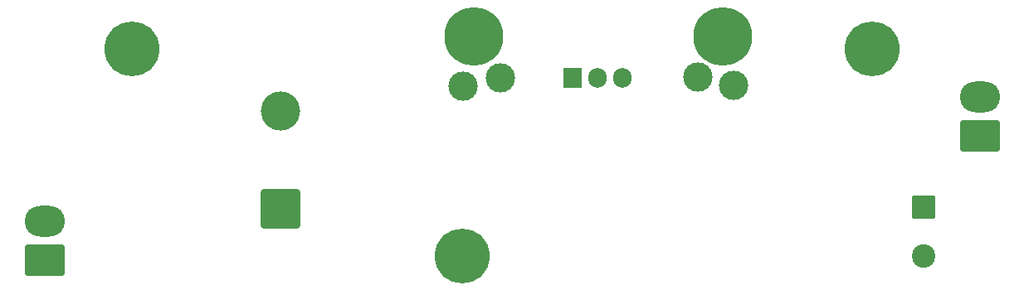
<source format=gbr>
%TF.GenerationSoftware,KiCad,Pcbnew,9.0.5*%
%TF.CreationDate,2025-11-24T13:11:31+01:00*%
%TF.ProjectId,200v psu,32303076-2070-4737-952e-6b696361645f,rev?*%
%TF.SameCoordinates,Original*%
%TF.FileFunction,Soldermask,Bot*%
%TF.FilePolarity,Negative*%
%FSLAX46Y46*%
G04 Gerber Fmt 4.6, Leading zero omitted, Abs format (unit mm)*
G04 Created by KiCad (PCBNEW 9.0.5) date 2025-11-24 13:11:31*
%MOMM*%
%LPD*%
G01*
G04 APERTURE LIST*
G04 Aperture macros list*
%AMRoundRect*
0 Rectangle with rounded corners*
0 $1 Rounding radius*
0 $2 $3 $4 $5 $6 $7 $8 $9 X,Y pos of 4 corners*
0 Add a 4 corners polygon primitive as box body*
4,1,4,$2,$3,$4,$5,$6,$7,$8,$9,$2,$3,0*
0 Add four circle primitives for the rounded corners*
1,1,$1+$1,$2,$3*
1,1,$1+$1,$4,$5*
1,1,$1+$1,$6,$7*
1,1,$1+$1,$8,$9*
0 Add four rect primitives between the rounded corners*
20,1,$1+$1,$2,$3,$4,$5,0*
20,1,$1+$1,$4,$5,$6,$7,0*
20,1,$1+$1,$6,$7,$8,$9,0*
20,1,$1+$1,$8,$9,$2,$3,0*%
G04 Aperture macros list end*
%ADD10C,5.600000*%
%ADD11RoundRect,0.250000X1.750000X-1.750000X1.750000X1.750000X-1.750000X1.750000X-1.750000X-1.750000X0*%
%ADD12C,4.000000*%
%ADD13C,3.000000*%
%ADD14RoundRect,0.250000X1.800000X-1.330000X1.800000X1.330000X-1.800000X1.330000X-1.800000X-1.330000X0*%
%ADD15O,4.100000X3.160000*%
%ADD16R,1.905000X2.000000*%
%ADD17O,1.905000X2.000000*%
%ADD18RoundRect,0.250001X-0.949999X0.949999X-0.949999X-0.949999X0.949999X-0.949999X0.949999X0.949999X0*%
%ADD19C,2.400000*%
%ADD20C,6.000000*%
G04 APERTURE END LIST*
D10*
%TO.C,H3*%
X213570000Y-54550000D03*
%TD*%
%TO.C,H2*%
X138050000Y-54550000D03*
%TD*%
%TO.C,H1*%
X171760000Y-75670000D03*
%TD*%
D11*
%TO.C,C2*%
X153190000Y-70907935D03*
D12*
X153190000Y-60907935D03*
%TD*%
D13*
%TO.C,H5*%
X171830000Y-58350000D03*
%TD*%
%TO.C,H6*%
X175610000Y-57460000D03*
%TD*%
%TO.C,H8*%
X195800000Y-57420000D03*
%TD*%
%TO.C,H7*%
X199430000Y-58260000D03*
%TD*%
D14*
%TO.C,J2*%
X224565000Y-63450000D03*
D15*
X224565000Y-59490000D03*
%TD*%
D16*
%TO.C,U1*%
X183020000Y-57480000D03*
D17*
X185560000Y-57480000D03*
X188100000Y-57480000D03*
%TD*%
D18*
%TO.C,C1*%
X218840000Y-70680000D03*
D19*
X218840000Y-75680000D03*
%TD*%
D20*
%TO.C,HS1*%
X172960000Y-53230000D03*
X198360000Y-53230000D03*
%TD*%
D14*
%TO.C,J1*%
X129130000Y-76100000D03*
D15*
X129130000Y-72140000D03*
%TD*%
M02*

</source>
